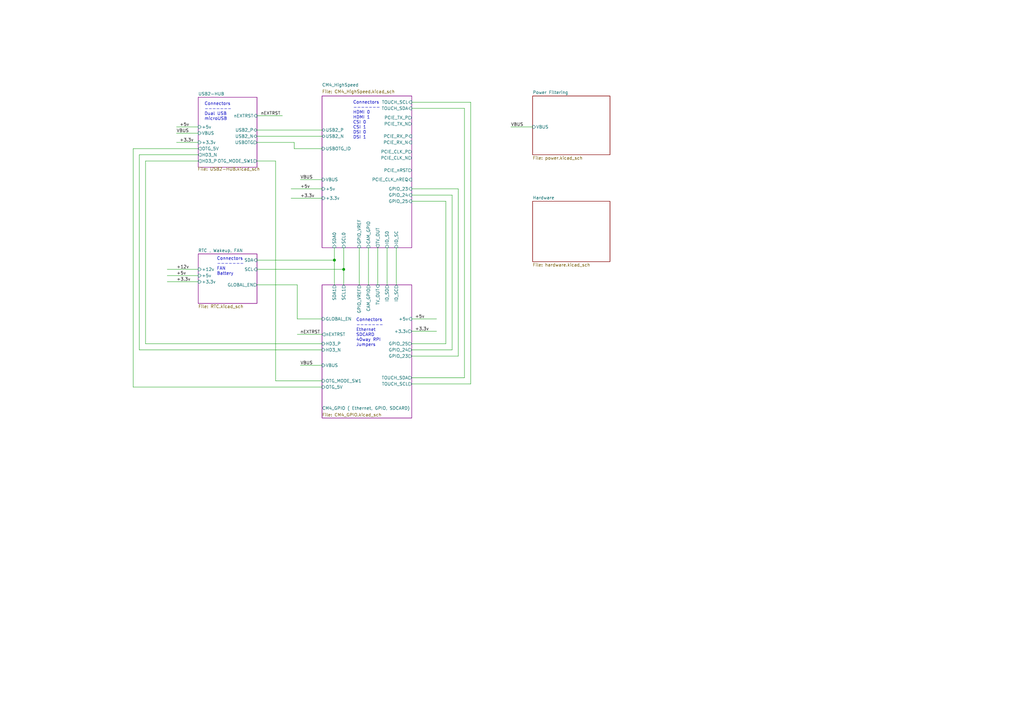
<source format=kicad_sch>
(kicad_sch
	(version 20250114)
	(generator "eeschema")
	(generator_version "9.0")
	(uuid "e63e39d7-6ac0-4ffd-8aa3-1841a4541b55")
	(paper "A3")
	(title_block
		(title "Wall panel")
		(date "2026-01-09")
		(rev "1")
		(company "Grigorii Merkushev (aka brushknight)")
		(comment 1 "brushknight.com")
	)
	(lib_symbols)
	(text "Connectors\n-------\nFAN\nBattery"
		(exclude_from_sim no)
		(at 88.9 113.03 0)
		(effects
			(font
				(size 1.27 1.27)
			)
			(justify left bottom)
		)
		(uuid "0c30a4be-5679-499f-8c5b-5f3024f9d6cf")
	)
	(text "Connectors\n-------\nDual USB\nmicroUSB"
		(exclude_from_sim no)
		(at 83.82 49.53 0)
		(effects
			(font
				(size 1.27 1.27)
			)
			(justify left bottom)
		)
		(uuid "4dc6088c-89a5-4db7-b3ae-db4b6396ad49")
	)
	(text "Connectors\n-------\nEthernet\nSDCARD\n40way RPI\nJumpers"
		(exclude_from_sim no)
		(at 146.05 142.24 0)
		(effects
			(font
				(size 1.27 1.27)
			)
			(justify left bottom)
		)
		(uuid "a501555e-bbc7-4b58-ad89-28a0cd3dd6d0")
	)
	(text "Connectors\n-------\nHDMI 0\nHDMI 1\nCSI 0\nCSI 1\nDSI 0\nDSI 1"
		(exclude_from_sim no)
		(at 144.78 57.15 0)
		(effects
			(font
				(size 1.27 1.27)
			)
			(justify left bottom)
		)
		(uuid "db83d0af-e085-4050-8496-fa2ebdecbd62")
	)
	(junction
		(at 140.97 110.49)
		(diameter 1.016)
		(color 0 0 0 0)
		(uuid "87c78429-be2b-40ed-8d3b-56cb9666a56f")
	)
	(junction
		(at 137.16 106.68)
		(diameter 1.016)
		(color 0 0 0 0)
		(uuid "99030c03-63b4-49ba-b5ab-4d56974f7963")
	)
	(wire
		(pts
			(xy 81.28 52.07) (xy 72.39 52.07)
		)
		(stroke
			(width 0)
			(type solid)
		)
		(uuid "02165243-61a3-4857-84ba-71a77cb9a387")
	)
	(wire
		(pts
			(xy 123.19 73.66) (xy 132.08 73.66)
		)
		(stroke
			(width 0)
			(type default)
		)
		(uuid "0c178a9b-f830-4a4e-b910-79dd70096983")
	)
	(wire
		(pts
			(xy 54.61 158.75) (xy 132.08 158.75)
		)
		(stroke
			(width 0)
			(type default)
		)
		(uuid "0f0ea4a5-5858-4494-8df4-81e049cf6f07")
	)
	(wire
		(pts
			(xy 105.41 47.498) (xy 115.824 47.498)
		)
		(stroke
			(width 0)
			(type solid)
		)
		(uuid "0f3c9e3a-9c59-4881-b27a-d0e982b3ea8e")
	)
	(wire
		(pts
			(xy 168.91 143.51) (xy 185.42 143.51)
		)
		(stroke
			(width 0)
			(type default)
		)
		(uuid "1526de64-0f7c-498d-b02d-da5355fec6ca")
	)
	(wire
		(pts
			(xy 185.42 143.51) (xy 185.42 80.01)
		)
		(stroke
			(width 0)
			(type default)
		)
		(uuid "16665491-51ff-458f-b963-7f718ae1e0d7")
	)
	(wire
		(pts
			(xy 81.28 66.04) (xy 59.69 66.04)
		)
		(stroke
			(width 0)
			(type default)
		)
		(uuid "237527ca-87ef-4525-b729-bd9b460c1528")
	)
	(wire
		(pts
			(xy 151.13 116.84) (xy 151.13 101.6)
		)
		(stroke
			(width 0)
			(type solid)
		)
		(uuid "29256b3d-9450-4c0a-a4d4-911f04b9c140")
	)
	(wire
		(pts
			(xy 137.16 101.6) (xy 137.16 106.68)
		)
		(stroke
			(width 0)
			(type solid)
		)
		(uuid "2bef89de-08c7-4a13-9d85-67948d429ca0")
	)
	(wire
		(pts
			(xy 168.91 41.91) (xy 193.04 41.91)
		)
		(stroke
			(width 0)
			(type default)
		)
		(uuid "2c39c33f-c605-4afb-a2ea-5d77cf4a6879")
	)
	(wire
		(pts
			(xy 54.61 60.96) (xy 54.61 158.75)
		)
		(stroke
			(width 0)
			(type default)
		)
		(uuid "2cd8685e-6626-47cb-b72e-33a5eb9b1053")
	)
	(wire
		(pts
			(xy 162.56 116.84) (xy 162.56 101.6)
		)
		(stroke
			(width 0)
			(type solid)
		)
		(uuid "2d6718e7-f18d-444d-9792-ddf1a113460c")
	)
	(wire
		(pts
			(xy 147.32 101.6) (xy 147.32 116.84)
		)
		(stroke
			(width 0)
			(type solid)
		)
		(uuid "37e4dc66-4492-4061-908d-7213940a2ec3")
	)
	(wire
		(pts
			(xy 168.91 135.89) (xy 179.07 135.89)
		)
		(stroke
			(width 0)
			(type solid)
		)
		(uuid "43891a3c-749f-498d-ba99-685a27689b0d")
	)
	(wire
		(pts
			(xy 105.41 55.88) (xy 132.08 55.88)
		)
		(stroke
			(width 0)
			(type solid)
		)
		(uuid "46cfd089-6873-4d8b-89af-02ff30e49472")
	)
	(wire
		(pts
			(xy 140.97 110.49) (xy 140.97 101.6)
		)
		(stroke
			(width 0)
			(type solid)
		)
		(uuid "483f60da-14d7-4f88-8d01-3f9f30784c70")
	)
	(wire
		(pts
			(xy 105.41 110.49) (xy 140.97 110.49)
		)
		(stroke
			(width 0)
			(type solid)
		)
		(uuid "68b52f01-fa04-4908-bf88-60c62ace1cfa")
	)
	(wire
		(pts
			(xy 137.16 106.68) (xy 137.16 116.84)
		)
		(stroke
			(width 0)
			(type solid)
		)
		(uuid "6ca3c38c-4e71-4202-b6c1-1b25f04a27ae")
	)
	(wire
		(pts
			(xy 168.91 140.97) (xy 182.88 140.97)
		)
		(stroke
			(width 0)
			(type default)
		)
		(uuid "6ef31014-424e-4a90-949c-6dbefd3f284c")
	)
	(wire
		(pts
			(xy 168.91 154.94) (xy 190.5 154.94)
		)
		(stroke
			(width 0)
			(type default)
		)
		(uuid "77300b6a-f07f-459a-a17c-898b46a3fded")
	)
	(wire
		(pts
			(xy 185.42 80.01) (xy 168.91 80.01)
		)
		(stroke
			(width 0)
			(type default)
		)
		(uuid "775bc5ad-4be4-4cf6-a472-66f47efdc27f")
	)
	(wire
		(pts
			(xy 119.38 77.47) (xy 132.08 77.47)
		)
		(stroke
			(width 0)
			(type solid)
		)
		(uuid "7e969d15-6cc0-4258-8b27-586608a21adb")
	)
	(wire
		(pts
			(xy 120.65 60.96) (xy 132.08 60.96)
		)
		(stroke
			(width 0)
			(type solid)
		)
		(uuid "7ec21985-f4f3-4c3e-b30a-125b73f568a4")
	)
	(wire
		(pts
			(xy 59.69 66.04) (xy 59.69 140.97)
		)
		(stroke
			(width 0)
			(type default)
		)
		(uuid "815494a7-4621-4588-b538-f01723be3c9f")
	)
	(wire
		(pts
			(xy 190.5 44.45) (xy 168.91 44.45)
		)
		(stroke
			(width 0)
			(type default)
		)
		(uuid "817bf349-e71b-46a2-bb21-cf1b57b0f99b")
	)
	(wire
		(pts
			(xy 81.28 58.42) (xy 72.39 58.42)
		)
		(stroke
			(width 0)
			(type solid)
		)
		(uuid "825c70b0-4860-42b7-97dc-86bfa46e06fd")
	)
	(wire
		(pts
			(xy 81.28 60.96) (xy 54.61 60.96)
		)
		(stroke
			(width 0)
			(type default)
		)
		(uuid "8f75d976-1eca-4fa9-816b-d2c12375f262")
	)
	(wire
		(pts
			(xy 105.41 106.68) (xy 137.16 106.68)
		)
		(stroke
			(width 0)
			(type solid)
		)
		(uuid "9d984d1b-8097-407f-92f3-3ef68867dcfa")
	)
	(wire
		(pts
			(xy 168.91 146.05) (xy 187.96 146.05)
		)
		(stroke
			(width 0)
			(type default)
		)
		(uuid "9de9bc31-f267-4609-ac47-98a79cadbefe")
	)
	(wire
		(pts
			(xy 68.58 113.03) (xy 81.28 113.03)
		)
		(stroke
			(width 0)
			(type solid)
		)
		(uuid "9ff4672a-e1a4-4a1e-887d-1b9a3429d278")
	)
	(wire
		(pts
			(xy 113.03 66.04) (xy 113.03 156.21)
		)
		(stroke
			(width 0)
			(type default)
		)
		(uuid "a19abcf6-e3f1-4590-8cb7-3c3f73c80293")
	)
	(wire
		(pts
			(xy 59.69 140.97) (xy 132.08 140.97)
		)
		(stroke
			(width 0)
			(type default)
		)
		(uuid "b0d72fb4-ad38-4aef-b102-97fe33090315")
	)
	(wire
		(pts
			(xy 193.04 41.91) (xy 193.04 157.48)
		)
		(stroke
			(width 0)
			(type default)
		)
		(uuid "b21b9bc5-ec93-44f0-ae32-9c0fc9ed9843")
	)
	(wire
		(pts
			(xy 158.75 101.6) (xy 158.75 116.84)
		)
		(stroke
			(width 0)
			(type solid)
		)
		(uuid "b603d26a-e034-42fb-8327-b60c5bf9cdd2")
	)
	(wire
		(pts
			(xy 105.41 116.84) (xy 121.92 116.84)
		)
		(stroke
			(width 0)
			(type solid)
		)
		(uuid "b8c83ad1-b3c9-495c-bdc6-62dead00f5ad")
	)
	(wire
		(pts
			(xy 154.94 116.84) (xy 154.94 101.6)
		)
		(stroke
			(width 0)
			(type solid)
		)
		(uuid "b994142f-02ac-4881-9587-6d3df53c96d2")
	)
	(wire
		(pts
			(xy 81.28 115.57) (xy 68.58 115.57)
		)
		(stroke
			(width 0)
			(type solid)
		)
		(uuid "bbb15673-6d42-42b8-9d51-7515b3ad9ee9")
	)
	(wire
		(pts
			(xy 182.88 140.97) (xy 182.88 82.55)
		)
		(stroke
			(width 0)
			(type default)
		)
		(uuid "bc21e09b-67f7-47b6-a7e9-e989e0e2d8bc")
	)
	(wire
		(pts
			(xy 132.08 143.51) (xy 57.15 143.51)
		)
		(stroke
			(width 0)
			(type default)
		)
		(uuid "c8d9f3c8-6bbd-4cd4-a679-72d9ba0e05b6")
	)
	(wire
		(pts
			(xy 132.08 81.28) (xy 119.38 81.28)
		)
		(stroke
			(width 0)
			(type solid)
		)
		(uuid "cb868d2e-5efb-4bfb-8796-88435b326918")
	)
	(wire
		(pts
			(xy 179.07 130.81) (xy 168.91 130.81)
		)
		(stroke
			(width 0)
			(type solid)
		)
		(uuid "cbc539d2-6a10-4052-9b7a-f10326dcac67")
	)
	(wire
		(pts
			(xy 187.96 77.47) (xy 168.91 77.47)
		)
		(stroke
			(width 0)
			(type default)
		)
		(uuid "cce492b9-2b0d-4e6d-96f3-a18f5fdfaf4d")
	)
	(wire
		(pts
			(xy 187.96 146.05) (xy 187.96 77.47)
		)
		(stroke
			(width 0)
			(type default)
		)
		(uuid "d2ae5582-adae-46df-b302-34e763efcecb")
	)
	(wire
		(pts
			(xy 72.39 54.61) (xy 81.28 54.61)
		)
		(stroke
			(width 0)
			(type default)
		)
		(uuid "d2b9611c-925b-4818-acfe-61c23e267f1c")
	)
	(wire
		(pts
			(xy 190.5 154.94) (xy 190.5 44.45)
		)
		(stroke
			(width 0)
			(type default)
		)
		(uuid "d3290e06-a01f-4afa-b58e-e4d78300497a")
	)
	(wire
		(pts
			(xy 209.55 52.07) (xy 218.44 52.07)
		)
		(stroke
			(width 0)
			(type default)
		)
		(uuid "d5630ada-372e-4749-944c-687d8f288002")
	)
	(wire
		(pts
			(xy 193.04 157.48) (xy 168.91 157.48)
		)
		(stroke
			(width 0)
			(type default)
		)
		(uuid "e2a67d5f-ab12-4fc4-aa27-e1dd91dbbfc6")
	)
	(wire
		(pts
			(xy 105.41 53.34) (xy 132.08 53.34)
		)
		(stroke
			(width 0)
			(type solid)
		)
		(uuid "e83e0227-ac0f-4180-82bd-68d3a7b56476")
	)
	(wire
		(pts
			(xy 57.15 143.51) (xy 57.15 63.5)
		)
		(stroke
			(width 0)
			(type default)
		)
		(uuid "edc65ed7-3421-49a6-8df5-0d40e8d28a20")
	)
	(wire
		(pts
			(xy 68.58 110.49) (xy 81.28 110.49)
		)
		(stroke
			(width 0)
			(type solid)
		)
		(uuid "edc9ab4f-487a-48dc-95f2-4d87f0e9cf9e")
	)
	(wire
		(pts
			(xy 105.41 66.04) (xy 113.03 66.04)
		)
		(stroke
			(width 0)
			(type default)
		)
		(uuid "ef873545-c144-43f9-8970-53b32873f282")
	)
	(wire
		(pts
			(xy 121.92 137.16) (xy 132.08 137.16)
		)
		(stroke
			(width 0)
			(type solid)
		)
		(uuid "f022716e-b121-4cbf-a833-20e924070c22")
	)
	(wire
		(pts
			(xy 121.92 130.81) (xy 121.92 116.84)
		)
		(stroke
			(width 0)
			(type solid)
		)
		(uuid "f1dd8642-b405-490b-a449-d1cc5797fda8")
	)
	(wire
		(pts
			(xy 120.65 58.42) (xy 120.65 60.96)
		)
		(stroke
			(width 0)
			(type default)
		)
		(uuid "f32a93b3-b951-4d41-82c2-78ace09a8b30")
	)
	(wire
		(pts
			(xy 57.15 63.5) (xy 81.28 63.5)
		)
		(stroke
			(width 0)
			(type default)
		)
		(uuid "f369b800-2ac8-4405-88aa-163cb971a48a")
	)
	(wire
		(pts
			(xy 182.88 82.55) (xy 168.91 82.55)
		)
		(stroke
			(width 0)
			(type default)
		)
		(uuid "f4170ac0-8886-416f-80ee-d890c4a2d9ec")
	)
	(wire
		(pts
			(xy 123.19 149.86) (xy 132.08 149.86)
		)
		(stroke
			(width 0)
			(type default)
		)
		(uuid "f6ef30e1-b343-4b08-87bc-fa754e8393ef")
	)
	(wire
		(pts
			(xy 140.97 116.84) (xy 140.97 110.49)
		)
		(stroke
			(width 0)
			(type solid)
		)
		(uuid "fb03d859-dcc9-4533-b352-64830e0e5423")
	)
	(wire
		(pts
			(xy 132.08 130.81) (xy 121.92 130.81)
		)
		(stroke
			(width 0)
			(type solid)
		)
		(uuid "fc0a4225-db46-4d48-8163-d522602d57cd")
	)
	(wire
		(pts
			(xy 113.03 156.21) (xy 132.08 156.21)
		)
		(stroke
			(width 0)
			(type default)
		)
		(uuid "fc79135b-517a-4996-9bf0-f1069b1a0013")
	)
	(wire
		(pts
			(xy 105.41 58.42) (xy 120.65 58.42)
		)
		(stroke
			(width 0)
			(type default)
		)
		(uuid "ff9f51fe-5baf-4d47-979c-cd720d138b71")
	)
	(label "VBUS"
		(at 209.55 52.07 0)
		(effects
			(font
				(size 1.27 1.27)
			)
			(justify left bottom)
		)
		(uuid "09b3a733-9517-47bb-a088-1f11d69b9ee1")
	)
	(label "+12v"
		(at 72.39 110.49 0)
		(effects
			(font
				(size 1.27 1.27)
			)
			(justify left bottom)
		)
		(uuid "4d609e7c-74c9-4ae9-a26d-946ff00c167d")
	)
	(label "+5v"
		(at 170.18 130.81 0)
		(effects
			(font
				(size 1.27 1.27)
			)
			(justify left bottom)
		)
		(uuid "55992e35-fe7b-468a-9b7a-1e4dc931b904")
	)
	(label "+5v"
		(at 123.19 77.47 0)
		(effects
			(font
				(size 1.27 1.27)
			)
			(justify left bottom)
		)
		(uuid "5740c959-93d8-47fd-8f68-62f0109e753d")
	)
	(label "VBUS"
		(at 123.19 149.86 0)
		(effects
			(font
				(size 1.27 1.27)
			)
			(justify left bottom)
		)
		(uuid "5dd7d02b-def6-4138-8492-23e571a34b1f")
	)
	(label "+5v"
		(at 72.39 113.03 0)
		(effects
			(font
				(size 1.27 1.27)
			)
			(justify left bottom)
		)
		(uuid "786b6072-5772-4bc1-8eeb-6c4e19f2a91b")
	)
	(label "+3.3v"
		(at 73.66 58.42 0)
		(effects
			(font
				(size 1.27 1.27)
			)
			(justify left bottom)
		)
		(uuid "7e08f2a4-63d6-468b-bd8b-ec607077e023")
	)
	(label "+3.3v"
		(at 72.39 115.57 0)
		(effects
			(font
				(size 1.27 1.27)
			)
			(justify left bottom)
		)
		(uuid "9a9f2d82-f64d-4264-8bec-c182528fc4de")
	)
	(label "+3.3v"
		(at 170.18 135.89 0)
		(effects
			(font
				(size 1.27 1.27)
			)
			(justify left bottom)
		)
		(uuid "a06e8e78-f567-42e6-b645-013b1073ca31")
	)
	(label "+5v"
		(at 73.66 52.07 0)
		(effects
			(font
				(size 1.27 1.27)
			)
			(justify left bottom)
		)
		(uuid "b60c50d1-225e-415c-8712-7acb5e3dc8ea")
	)
	(label "nEXTRST"
		(at 106.934 47.498 0)
		(effects
			(font
				(size 1.27 1.27)
			)
			(justify left bottom)
		)
		(uuid "b6bcc3cf-50de-4a33-bc41-678825c1ecf2")
	)
	(label "+3.3v"
		(at 123.19 81.28 0)
		(effects
			(font
				(size 1.27 1.27)
			)
			(justify left bottom)
		)
		(uuid "c3c93de0-69b1-4a04-8e0b-d78caf487c63")
	)
	(label "VBUS"
		(at 72.39 54.61 0)
		(effects
			(font
				(size 1.27 1.27)
			)
			(justify left bottom)
		)
		(uuid "c40265a9-f1b1-4650-857c-eda3e5e9145d")
	)
	(label "VBUS"
		(at 123.19 73.66 0)
		(effects
			(font
				(size 1.27 1.27)
			)
			(justify left bottom)
		)
		(uuid "c49844ac-690d-4595-80df-5b05945dd78d")
	)
	(label "nEXTRST"
		(at 123.19 137.16 0)
		(effects
			(font
				(size 1.27 1.27)
			)
			(justify left bottom)
		)
		(uuid "f9865a9f-edb8-49c7-828f-4896e1f3047a")
	)
	(sheet
		(at 132.08 116.84)
		(size 36.83 54.61)
		(exclude_from_sim no)
		(in_bom yes)
		(on_board yes)
		(dnp no)
		(stroke
			(width 0.1524)
			(type solid)
			(color 132 0 132 1)
		)
		(fill
			(color 255 255 255 0.0000)
		)
		(uuid "00000000-0000-0000-0000-00005cff706a")
		(property "Sheetname" "CM4_GPIO ( Ethernet, GPIO, SDCARD)"
			(at 132.08 168.148 0)
			(effects
				(font
					(size 1.27 1.27)
				)
				(justify left bottom)
			)
		)
		(property "Sheetfile" "CM4_GPIO.kicad_sch"
			(at 132.08 169.418 0)
			(effects
				(font
					(size 1.27 1.27)
				)
				(justify left top)
			)
		)
		(pin "ID_SC" output
			(at 162.56 116.84 90)
			(uuid "2e642b3e-a476-4c54-9a52-dcea955640cd")
			(effects
				(font
					(size 1.27 1.27)
				)
				(justify right)
			)
		)
		(pin "ID_SD" output
			(at 158.75 116.84 90)
			(uuid "5038e144-5119-49db-b6cf-f7c345f1cf03")
			(effects
				(font
					(size 1.27 1.27)
				)
				(justify right)
			)
		)
		(pin "CAM_GPIO" output
			(at 151.13 116.84 90)
			(uuid "ac264c30-3e9a-4be2-b97a-9949b68bd497")
			(effects
				(font
					(size 1.27 1.27)
				)
				(justify right)
			)
		)
		(pin "+5v" input
			(at 168.91 130.81 0)
			(uuid "a690fc6c-55d9-47e6-b533-faa4b67e20f3")
			(effects
				(font
					(size 1.27 1.27)
				)
				(justify right)
			)
		)
		(pin "+3.3v" output
			(at 168.91 135.89 0)
			(uuid "c144caa5-b0d4-4cef-840a-d4ad178a2102")
			(effects
				(font
					(size 1.27 1.27)
				)
				(justify right)
			)
		)
		(pin "nEXTRST" output
			(at 132.08 137.16 180)
			(uuid "efeac2a2-7682-4dc7-83ee-f6f1b23da506")
			(effects
				(font
					(size 1.27 1.27)
				)
				(justify left)
			)
		)
		(pin "GLOBAL_EN" input
			(at 132.08 130.81 180)
			(uuid "5fc27c35-3e1c-4f96-817c-93b5570858a6")
			(effects
				(font
					(size 1.27 1.27)
				)
				(justify left)
			)
		)
		(pin "GPIO_VREF" output
			(at 147.32 116.84 90)
			(uuid "6c9b793c-e74d-4754-a2c0-901e73b26f1c")
			(effects
				(font
					(size 1.27 1.27)
				)
				(justify right)
			)
		)
		(pin "TV_OUT" input
			(at 154.94 116.84 90)
			(uuid "6a45789b-3855-401f-8139-3c734f7f52f9")
			(effects
				(font
					(size 1.27 1.27)
				)
				(justify right)
			)
		)
		(pin "GPIO_23" output
			(at 168.91 146.05 0)
			(uuid "b6d54b49-299b-41d0-afa1-26ff59790e0e")
			(effects
				(font
					(size 1.27 1.27)
				)
				(justify right)
			)
		)
		(pin "GPIO_24" output
			(at 168.91 143.51 0)
			(uuid "3a293323-f7bc-4258-9fbe-2aa3c87fa446")
			(effects
				(font
					(size 1.27 1.27)
				)
				(justify right)
			)
		)
		(pin "GPIO_25" output
			(at 168.91 140.97 0)
			(uuid "b83766ea-4048-44c0-8f05-a7a7b1bd127f")
			(effects
				(font
					(size 1.27 1.27)
				)
				(justify right)
			)
		)
		(pin "HD3_N" input
			(at 132.08 143.51 180)
			(uuid "3575aeae-f08f-44c1-9003-5e7e068a57bd")
			(effects
				(font
					(size 1.27 1.27)
				)
				(justify left)
			)
		)
		(pin "HD3_P" input
			(at 132.08 140.97 180)
			(uuid "f77be18a-1990-4894-9cac-ce003563a8e9")
			(effects
				(font
					(size 1.27 1.27)
				)
				(justify left)
			)
		)
		(pin "OTG_5V" input
			(at 132.08 158.75 180)
			(uuid "cd9f0557-3611-41e2-9f75-00f18a899345")
			(effects
				(font
					(size 1.27 1.27)
				)
				(justify left)
			)
		)
		(pin "OTG_MODE_SW1" input
			(at 132.08 156.21 180)
			(uuid "cb0939dd-9768-4c33-8374-7c5755411aa0")
			(effects
				(font
					(size 1.27 1.27)
				)
				(justify left)
			)
		)
		(pin "VBUS" input
			(at 132.08 149.86 180)
			(uuid "bbf12a12-a0bb-4436-91df-1e4fea27d765")
			(effects
				(font
					(size 1.27 1.27)
				)
				(justify left)
			)
		)
		(pin "TOUCH_SCL" output
			(at 168.91 157.48 0)
			(uuid "31a0b1a6-e3ad-4a10-848f-fcbb7d356774")
			(effects
				(font
					(size 1.27 1.27)
				)
				(justify right)
			)
		)
		(pin "TOUCH_SDA" output
			(at 168.91 154.94 0)
			(uuid "e166cd8a-182b-4375-961f-7f04a0cf9073")
			(effects
				(font
					(size 1.27 1.27)
				)
				(justify right)
			)
		)
		(pin "SDA1" output
			(at 137.16 116.84 90)
			(uuid "7cc5f581-09ba-4060-b5a5-609759b6380d")
			(effects
				(font
					(size 1.27 1.27)
				)
				(justify right)
			)
		)
		(pin "SCL1" output
			(at 140.97 116.84 90)
			(uuid "dafe1ea9-a007-4e9d-a2f0-071acfc542e5")
			(effects
				(font
					(size 1.27 1.27)
				)
				(justify right)
			)
		)
		(instances
			(project "wall_panel"
				(path "/e63e39d7-6ac0-4ffd-8aa3-1841a4541b55"
					(page "5")
				)
			)
		)
	)
	(sheet
		(at 132.08 39.37)
		(size 36.83 62.23)
		(exclude_from_sim no)
		(in_bom yes)
		(on_board yes)
		(dnp no)
		(stroke
			(width 0.1524)
			(type solid)
			(color 132 0 132 1)
		)
		(fill
			(color 255 255 255 0.0000)
		)
		(uuid "00000000-0000-0000-0000-00005cff70b1")
		(property "Sheetname" "CM4_HighSpeed"
			(at 132.08 35.56 0)
			(effects
				(font
					(size 1.27 1.27)
				)
				(justify left bottom)
			)
		)
		(property "Sheetfile" "CM4_HighSpeed.kicad_sch"
			(at 132.08 36.83 0)
			(effects
				(font
					(size 1.27 1.27)
				)
				(justify left top)
			)
		)
		(pin "USB2_N" bidirectional
			(at 132.08 55.88 180)
			(uuid "fd470e95-4861-44fe-b1e4-6d8a7c66e144")
			(effects
				(font
					(size 1.27 1.27)
				)
				(justify left)
			)
		)
		(pin "USB2_P" bidirectional
			(at 132.08 53.34 180)
			(uuid "8174b4de-74b1-48db-ab8e-c8432251095b")
			(effects
				(font
					(size 1.27 1.27)
				)
				(justify left)
			)
		)
		(pin "ID_SC" input
			(at 162.56 101.6 270)
			(uuid "704d6d51-bb34-4cbf-83d8-841e208048d8")
			(effects
				(font
					(size 1.27 1.27)
				)
				(justify left)
			)
		)
		(pin "ID_SD" input
			(at 158.75 101.6 270)
			(uuid "0eaa98f0-9565-4637-ace3-42a5231b07f7")
			(effects
				(font
					(size 1.27 1.27)
				)
				(justify left)
			)
		)
		(pin "CAM_GPIO" input
			(at 151.13 101.6 270)
			(uuid "181abe7a-f941-42b6-bd46-aaa3131f90fb")
			(effects
				(font
					(size 1.27 1.27)
				)
				(justify left)
			)
		)
		(pin "SCL0" input
			(at 140.97 101.6 270)
			(uuid "ce83728b-bebd-48c2-8734-b6a50d837931")
			(effects
				(font
					(size 1.27 1.27)
				)
				(justify left)
			)
		)
		(pin "SDA0" input
			(at 137.16 101.6 270)
			(uuid "c41b3c8b-634e-435a-b582-96b83bbd4032")
			(effects
				(font
					(size 1.27 1.27)
				)
				(justify left)
			)
		)
		(pin "+5v" input
			(at 132.08 77.47 180)
			(uuid "9340c285-5767-42d5-8b6d-63fe2a40ddf3")
			(effects
				(font
					(size 1.27 1.27)
				)
				(justify left)
			)
		)
		(pin "PCIE_CLK_P" output
			(at 168.91 62.23 0)
			(uuid "1831fb37-1c5d-42c4-b898-151be6fca9dc")
			(effects
				(font
					(size 1.27 1.27)
				)
				(justify right)
			)
		)
		(pin "PCIE_CLK_N" output
			(at 168.91 64.77 0)
			(uuid "0f22151c-f260-4674-b486-4710a2c42a55")
			(effects
				(font
					(size 1.27 1.27)
				)
				(justify right)
			)
		)
		(pin "PCIE_TX_P" output
			(at 168.91 48.26 0)
			(uuid "fe8d9267-7834-48d6-a191-c8724b2ee78d")
			(effects
				(font
					(size 1.27 1.27)
				)
				(justify right)
			)
		)
		(pin "PCIE_TX_N" output
			(at 168.91 50.8 0)
			(uuid "0b21a65d-d20b-411e-920a-75c343ac5136")
			(effects
				(font
					(size 1.27 1.27)
				)
				(justify right)
			)
		)
		(pin "PCIE_nRST" output
			(at 168.91 69.85 0)
			(uuid "3cd1bda0-18db-417d-b581-a0c50623df68")
			(effects
				(font
					(size 1.27 1.27)
				)
				(justify right)
			)
		)
		(pin "PCIE_RX_P" input
			(at 168.91 55.88 0)
			(uuid "d57dcfee-5058-4fc2-a68b-05f9a48f685b")
			(effects
				(font
					(size 1.27 1.27)
				)
				(justify right)
			)
		)
		(pin "PCIE_RX_N" input
			(at 168.91 58.42 0)
			(uuid "03c52831-5dc5-43c5-a442-8d23643b46fb")
			(effects
				(font
					(size 1.27 1.27)
				)
				(justify right)
			)
		)
		(pin "PCIE_CLK_nREQ" input
			(at 168.91 73.66 0)
			(uuid "a1823eb2-fb0d-4ed8-8b96-04184ac3a9d5")
			(effects
				(font
					(size 1.27 1.27)
				)
				(justify right)
			)
		)
		(pin "+3.3v" input
			(at 132.08 81.28 180)
			(uuid "29e78086-2175-405e-9ba3-c48766d2f50c")
			(effects
				(font
					(size 1.27 1.27)
				)
				(justify left)
			)
		)
		(pin "USBOTG_ID" input
			(at 132.08 60.96 180)
			(uuid "94a873dc-af67-4ef9-8159-1f7c93eeb3d7")
			(effects
				(font
					(size 1.27 1.27)
				)
				(justify left)
			)
		)
		(pin "GPIO_VREF" input
			(at 147.32 101.6 270)
			(uuid "4c8eb964-bdf4-44de-90e9-e2ab82dd5313")
			(effects
				(font
					(size 1.27 1.27)
				)
				(justify left)
			)
		)
		(pin "TV_OUT" output
			(at 154.94 101.6 270)
			(uuid "aa14c3bd-4acc-4908-9d28-228585a22a9d")
			(effects
				(font
					(size 1.27 1.27)
				)
				(justify left)
			)
		)
		(pin "GPIO_23" input
			(at 168.91 77.47 0)
			(uuid "77237798-2b2c-4ebe-836d-6c49f084c4ab")
			(effects
				(font
					(size 1.27 1.27)
				)
				(justify right)
			)
		)
		(pin "GPIO_24" input
			(at 168.91 80.01 0)
			(uuid "39dec362-99ed-4a29-b21e-561b04dfb419")
			(effects
				(font
					(size 1.27 1.27)
				)
				(justify right)
			)
		)
		(pin "GPIO_25" input
			(at 168.91 82.55 0)
			(uuid "b1214fdb-688c-4592-9ed7-39846f556fcb")
			(effects
				(font
					(size 1.27 1.27)
				)
				(justify right)
			)
		)
		(pin "VBUS" input
			(at 132.08 73.66 180)
			(uuid "62300f22-8705-4e7c-9e69-c3a5ea241f96")
			(effects
				(font
					(size 1.27 1.27)
				)
				(justify left)
			)
		)
		(pin "TOUCH_SCL" input
			(at 168.91 41.91 0)
			(uuid "938b494d-84ea-48bf-81c0-52680b288409")
			(effects
				(font
					(size 1.27 1.27)
				)
				(justify right)
			)
		)
		(pin "TOUCH_SDA" input
			(at 168.91 44.45 0)
			(uuid "d219b78c-83c7-4aec-95ea-6fe3aeba456c")
			(effects
				(font
					(size 1.27 1.27)
				)
				(justify right)
			)
		)
		(instances
			(project "wall_panel"
				(path "/e63e39d7-6ac0-4ffd-8aa3-1841a4541b55"
					(page "4")
				)
			)
		)
	)
	(sheet
		(at 81.28 39.878)
		(size 24.13 28.702)
		(exclude_from_sim no)
		(in_bom yes)
		(on_board yes)
		(dnp no)
		(stroke
			(width 0.1524)
			(type solid)
			(color 132 0 132 1)
		)
		(fill
			(color 255 255 255 0.0000)
		)
		(uuid "00000000-0000-0000-0000-00005e072e02")
		(property "Sheetname" "USB2-HUB"
			(at 81.28 39.2425 0)
			(effects
				(font
					(size 1.27 1.27)
				)
				(justify left bottom)
			)
		)
		(property "Sheetfile" "USB2-HUB.kicad_sch"
			(at 81.026 68.58 0)
			(effects
				(font
					(size 1.27 1.27)
				)
				(justify left top)
			)
		)
		(pin "USB2_N" bidirectional
			(at 105.41 55.88 0)
			(uuid "c01d25cd-f4bb-4ef3-b5ea-533a2a4ddb2b")
			(effects
				(font
					(size 1.27 1.27)
				)
				(justify right)
			)
		)
		(pin "USB2_P" bidirectional
			(at 105.41 53.34 0)
			(uuid "9e1b837f-0d34-4a18-9644-9ee68f141f46")
			(effects
				(font
					(size 1.27 1.27)
				)
				(justify right)
			)
		)
		(pin "+5v" input
			(at 81.28 52.07 180)
			(uuid "63ff1c93-3f96-4c33-b498-5dd8c33bccc0")
			(effects
				(font
					(size 1.27 1.27)
				)
				(justify left)
			)
		)
		(pin "+3.3v" input
			(at 81.28 58.42 180)
			(uuid "b88717bd-086f-46cd-9d3f-0396009d0996")
			(effects
				(font
					(size 1.27 1.27)
				)
				(justify left)
			)
		)
		(pin "nEXTRST" input
			(at 105.41 47.498 0)
			(uuid "61fe293f-6808-4b7f-9340-9aaac7054a97")
			(effects
				(font
					(size 1.27 1.27)
				)
				(justify right)
			)
		)
		(pin "USBOTG" output
			(at 105.41 58.42 0)
			(uuid "2f215f15-3d52-4c91-93e6-3ea03a95622f")
			(effects
				(font
					(size 1.27 1.27)
				)
				(justify right)
			)
		)
		(pin "HD3_P" output
			(at 81.28 66.04 180)
			(uuid "d99ec8a0-21d5-4cb1-b502-b5659b9a6735")
			(effects
				(font
					(size 1.27 1.27)
				)
				(justify left)
			)
		)
		(pin "HD3_N" output
			(at 81.28 63.5 180)
			(uuid "18cf8c51-eb3e-4a07-8be5-95b089688e7e")
			(effects
				(font
					(size 1.27 1.27)
				)
				(justify left)
			)
		)
		(pin "OTG_5V" output
			(at 81.28 60.96 180)
			(uuid "d92b813b-9acd-4e2f-be39-1e2f7fccd8df")
			(effects
				(font
					(size 1.27 1.27)
				)
				(justify left)
			)
		)
		(pin "OTG_MODE_SW1" output
			(at 105.41 66.04 0)
			(uuid "3479fd05-d8ba-431d-806d-768b45e6cb59")
			(effects
				(font
					(size 1.27 1.27)
				)
				(justify right)
			)
		)
		(pin "VBUS" input
			(at 81.28 54.61 180)
			(uuid "6b351e8c-a58c-4ec0-88f2-782812ab0eef")
			(effects
				(font
					(size 1.27 1.27)
				)
				(justify left)
			)
		)
		(instances
			(project "wall_panel"
				(path "/e63e39d7-6ac0-4ffd-8aa3-1841a4541b55"
					(page "2")
				)
			)
		)
	)
	(sheet
		(at 81.28 104.14)
		(size 24.13 20.32)
		(exclude_from_sim no)
		(in_bom yes)
		(on_board yes)
		(dnp no)
		(stroke
			(width 0.1524)
			(type solid)
			(color 132 0 132 1)
		)
		(fill
			(color 255 255 255 0.0000)
		)
		(uuid "00000000-0000-0000-0000-00005e328d89")
		(property "Sheetname" "RTC , Wakeup, FAN"
			(at 81.28 103.5045 0)
			(effects
				(font
					(size 1.27 1.27)
				)
				(justify left bottom)
			)
		)
		(property "Sheetfile" "RTC.kicad_sch"
			(at 81.28 124.9685 0)
			(effects
				(font
					(size 1.27 1.27)
				)
				(justify left top)
			)
		)
		(pin "SCL" input
			(at 105.41 110.49 0)
			(uuid "7bbf981c-a063-4e30-8911-e4228e1c0743")
			(effects
				(font
					(size 1.27 1.27)
				)
				(justify right)
			)
		)
		(pin "SDA" input
			(at 105.41 106.68 0)
			(uuid "5528bcad-2950-4673-90eb-c37e6952c475")
			(effects
				(font
					(size 1.27 1.27)
				)
				(justify right)
			)
		)
		(pin "+5v" input
			(at 81.28 113.03 180)
			(uuid "7edc9030-db7b-43ac-a1b3-b87eeacb4c2d")
			(effects
				(font
					(size 1.27 1.27)
				)
				(justify left)
			)
		)
		(pin "+3.3v" input
			(at 81.28 115.57 180)
			(uuid "08a7c925-7fae-4530-b0c9-120e185cb318")
			(effects
				(font
					(size 1.27 1.27)
				)
				(justify left)
			)
		)
		(pin "GLOBAL_EN" output
			(at 105.41 116.84 0)
			(uuid "4a4ec8d9-3d72-4952-83d4-808f65849a2b")
			(effects
				(font
					(size 1.27 1.27)
				)
				(justify right)
			)
		)
		(pin "+12v" input
			(at 81.28 110.49 180)
			(uuid "cbd8faed-e1f8-4406-87c8-58b2c504a5d4")
			(effects
				(font
					(size 1.27 1.27)
				)
				(justify left)
			)
		)
		(instances
			(project "wall_panel"
				(path "/e63e39d7-6ac0-4ffd-8aa3-1841a4541b55"
					(page "3")
				)
			)
		)
	)
	(sheet
		(at 218.44 82.55)
		(size 31.75 24.765)
		(exclude_from_sim no)
		(in_bom yes)
		(on_board yes)
		(dnp no)
		(fields_autoplaced yes)
		(stroke
			(width 0.1524)
			(type solid)
		)
		(fill
			(color 0 0 0 0.0000)
		)
		(uuid "2a110465-dd07-4872-9dc5-b05104e43751")
		(property "Sheetname" "Hardware"
			(at 218.44 81.8384 0)
			(effects
				(font
					(size 1.27 1.27)
				)
				(justify left bottom)
			)
		)
		(property "Sheetfile" "hardware.kicad_sch"
			(at 218.44 107.8996 0)
			(effects
				(font
					(size 1.27 1.27)
				)
				(justify left top)
			)
		)
		(instances
			(project "wall_panel"
				(path "/e63e39d7-6ac0-4ffd-8aa3-1841a4541b55"
					(page "7")
				)
			)
		)
	)
	(sheet
		(at 218.44 39.37)
		(size 31.75 24.13)
		(exclude_from_sim no)
		(in_bom yes)
		(on_board yes)
		(dnp no)
		(fields_autoplaced yes)
		(stroke
			(width 0.1524)
			(type solid)
		)
		(fill
			(color 0 0 0 0.0000)
		)
		(uuid "91f4929a-90ac-4a8c-bed5-4fbe550d9aeb")
		(property "Sheetname" "Power Filtering"
			(at 218.44 38.6584 0)
			(effects
				(font
					(size 1.27 1.27)
				)
				(justify left bottom)
			)
		)
		(property "Sheetfile" "power.kicad_sch"
			(at 218.44 64.0846 0)
			(effects
				(font
					(size 1.27 1.27)
				)
				(justify left top)
			)
		)
		(pin "VBUS" input
			(at 218.44 52.07 180)
			(uuid "5292ec18-fa10-48a6-93d1-1150c292d823")
			(effects
				(font
					(size 1.27 1.27)
				)
				(justify left)
			)
		)
		(instances
			(project "wall_panel"
				(path "/e63e39d7-6ac0-4ffd-8aa3-1841a4541b55"
					(page "6")
				)
			)
		)
	)
	(sheet_instances
		(path "/"
			(page "1")
		)
	)
	(embedded_fonts no)
)

</source>
